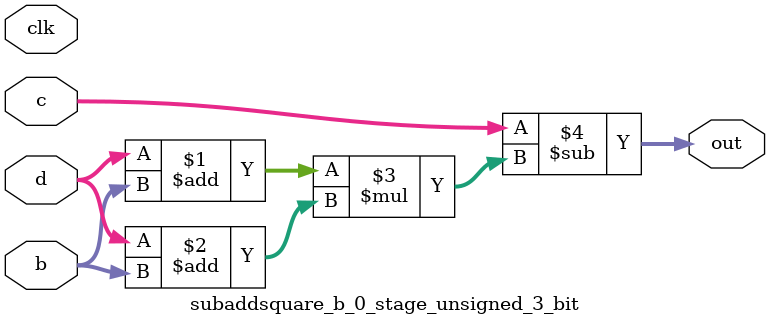
<source format=sv>
(* use_dsp = "yes" *) module subaddsquare_b_0_stage_unsigned_3_bit(
	input  [2:0] b,
	input  [2:0] c,
	input  [2:0] d,
	output [2:0] out,
	input clk);

	assign out = c - ((d + b) * (d + b));
endmodule

</source>
